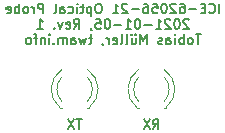
<source format=gbr>
%TF.GenerationSoftware,KiCad,Pcbnew,(6.0.0-0)*%
%TF.CreationDate,2022-01-05T16:19:23+01:00*%
%TF.ProjectId,IEC-62056-21-Optical-Probe,4945432d-3632-4303-9536-2d32312d4f70,1*%
%TF.SameCoordinates,Original*%
%TF.FileFunction,Legend,Bot*%
%TF.FilePolarity,Positive*%
%FSLAX46Y46*%
G04 Gerber Fmt 4.6, Leading zero omitted, Abs format (unit mm)*
G04 Created by KiCad (PCBNEW (6.0.0-0)) date 2022-01-05 16:19:23*
%MOMM*%
%LPD*%
G01*
G04 APERTURE LIST*
%ADD10C,0.152400*%
%ADD11C,0.150000*%
%ADD12C,0.120000*%
G04 APERTURE END LIST*
D10*
X158998857Y-93559087D02*
X158998857Y-92746287D01*
X158147352Y-93481677D02*
X158186057Y-93520382D01*
X158302171Y-93559087D01*
X158379580Y-93559087D01*
X158495695Y-93520382D01*
X158573104Y-93442972D01*
X158611809Y-93365563D01*
X158650514Y-93210744D01*
X158650514Y-93094630D01*
X158611809Y-92939811D01*
X158573104Y-92862401D01*
X158495695Y-92784992D01*
X158379580Y-92746287D01*
X158302171Y-92746287D01*
X158186057Y-92784992D01*
X158147352Y-92823696D01*
X157799009Y-93133334D02*
X157528076Y-93133334D01*
X157411961Y-93559087D02*
X157799009Y-93559087D01*
X157799009Y-92746287D01*
X157411961Y-92746287D01*
X157063619Y-93249449D02*
X156444342Y-93249449D01*
X155708952Y-92746287D02*
X155863771Y-92746287D01*
X155941180Y-92784992D01*
X155979885Y-92823696D01*
X156057295Y-92939811D01*
X156096000Y-93094630D01*
X156096000Y-93404268D01*
X156057295Y-93481677D01*
X156018590Y-93520382D01*
X155941180Y-93559087D01*
X155786361Y-93559087D01*
X155708952Y-93520382D01*
X155670247Y-93481677D01*
X155631542Y-93404268D01*
X155631542Y-93210744D01*
X155670247Y-93133334D01*
X155708952Y-93094630D01*
X155786361Y-93055925D01*
X155941180Y-93055925D01*
X156018590Y-93094630D01*
X156057295Y-93133334D01*
X156096000Y-93210744D01*
X155321904Y-92823696D02*
X155283200Y-92784992D01*
X155205790Y-92746287D01*
X155012266Y-92746287D01*
X154934857Y-92784992D01*
X154896152Y-92823696D01*
X154857447Y-92901106D01*
X154857447Y-92978515D01*
X154896152Y-93094630D01*
X155360609Y-93559087D01*
X154857447Y-93559087D01*
X154354285Y-92746287D02*
X154276876Y-92746287D01*
X154199466Y-92784992D01*
X154160761Y-92823696D01*
X154122057Y-92901106D01*
X154083352Y-93055925D01*
X154083352Y-93249449D01*
X154122057Y-93404268D01*
X154160761Y-93481677D01*
X154199466Y-93520382D01*
X154276876Y-93559087D01*
X154354285Y-93559087D01*
X154431695Y-93520382D01*
X154470400Y-93481677D01*
X154509104Y-93404268D01*
X154547809Y-93249449D01*
X154547809Y-93055925D01*
X154509104Y-92901106D01*
X154470400Y-92823696D01*
X154431695Y-92784992D01*
X154354285Y-92746287D01*
X153347961Y-92746287D02*
X153735009Y-92746287D01*
X153773714Y-93133334D01*
X153735009Y-93094630D01*
X153657600Y-93055925D01*
X153464076Y-93055925D01*
X153386666Y-93094630D01*
X153347961Y-93133334D01*
X153309257Y-93210744D01*
X153309257Y-93404268D01*
X153347961Y-93481677D01*
X153386666Y-93520382D01*
X153464076Y-93559087D01*
X153657600Y-93559087D01*
X153735009Y-93520382D01*
X153773714Y-93481677D01*
X152612571Y-92746287D02*
X152767390Y-92746287D01*
X152844800Y-92784992D01*
X152883504Y-92823696D01*
X152960914Y-92939811D01*
X152999619Y-93094630D01*
X152999619Y-93404268D01*
X152960914Y-93481677D01*
X152922209Y-93520382D01*
X152844800Y-93559087D01*
X152689980Y-93559087D01*
X152612571Y-93520382D01*
X152573866Y-93481677D01*
X152535161Y-93404268D01*
X152535161Y-93210744D01*
X152573866Y-93133334D01*
X152612571Y-93094630D01*
X152689980Y-93055925D01*
X152844800Y-93055925D01*
X152922209Y-93094630D01*
X152960914Y-93133334D01*
X152999619Y-93210744D01*
X152186819Y-93249449D02*
X151567542Y-93249449D01*
X151219200Y-92823696D02*
X151180495Y-92784992D01*
X151103085Y-92746287D01*
X150909561Y-92746287D01*
X150832152Y-92784992D01*
X150793447Y-92823696D01*
X150754742Y-92901106D01*
X150754742Y-92978515D01*
X150793447Y-93094630D01*
X151257904Y-93559087D01*
X150754742Y-93559087D01*
X149980647Y-93559087D02*
X150445104Y-93559087D01*
X150212876Y-93559087D02*
X150212876Y-92746287D01*
X150290285Y-92862401D01*
X150367695Y-92939811D01*
X150445104Y-92978515D01*
X148858209Y-92746287D02*
X148703390Y-92746287D01*
X148625980Y-92784992D01*
X148548571Y-92862401D01*
X148509866Y-93017220D01*
X148509866Y-93288153D01*
X148548571Y-93442972D01*
X148625980Y-93520382D01*
X148703390Y-93559087D01*
X148858209Y-93559087D01*
X148935619Y-93520382D01*
X149013028Y-93442972D01*
X149051733Y-93288153D01*
X149051733Y-93017220D01*
X149013028Y-92862401D01*
X148935619Y-92784992D01*
X148858209Y-92746287D01*
X148161523Y-93017220D02*
X148161523Y-93830020D01*
X148161523Y-93055925D02*
X148084114Y-93017220D01*
X147929295Y-93017220D01*
X147851885Y-93055925D01*
X147813180Y-93094630D01*
X147774476Y-93172039D01*
X147774476Y-93404268D01*
X147813180Y-93481677D01*
X147851885Y-93520382D01*
X147929295Y-93559087D01*
X148084114Y-93559087D01*
X148161523Y-93520382D01*
X147542247Y-93017220D02*
X147232609Y-93017220D01*
X147426133Y-92746287D02*
X147426133Y-93442972D01*
X147387428Y-93520382D01*
X147310019Y-93559087D01*
X147232609Y-93559087D01*
X146961676Y-93559087D02*
X146961676Y-93017220D01*
X146961676Y-92746287D02*
X147000380Y-92784992D01*
X146961676Y-92823696D01*
X146922971Y-92784992D01*
X146961676Y-92746287D01*
X146961676Y-92823696D01*
X146226285Y-93520382D02*
X146303695Y-93559087D01*
X146458514Y-93559087D01*
X146535923Y-93520382D01*
X146574628Y-93481677D01*
X146613333Y-93404268D01*
X146613333Y-93172039D01*
X146574628Y-93094630D01*
X146535923Y-93055925D01*
X146458514Y-93017220D01*
X146303695Y-93017220D01*
X146226285Y-93055925D01*
X145529600Y-93559087D02*
X145529600Y-93133334D01*
X145568304Y-93055925D01*
X145645714Y-93017220D01*
X145800533Y-93017220D01*
X145877942Y-93055925D01*
X145529600Y-93520382D02*
X145607009Y-93559087D01*
X145800533Y-93559087D01*
X145877942Y-93520382D01*
X145916647Y-93442972D01*
X145916647Y-93365563D01*
X145877942Y-93288153D01*
X145800533Y-93249449D01*
X145607009Y-93249449D01*
X145529600Y-93210744D01*
X145026438Y-93559087D02*
X145103847Y-93520382D01*
X145142552Y-93442972D01*
X145142552Y-92746287D01*
X144097523Y-93559087D02*
X144097523Y-92746287D01*
X143787885Y-92746287D01*
X143710476Y-92784992D01*
X143671771Y-92823696D01*
X143633066Y-92901106D01*
X143633066Y-93017220D01*
X143671771Y-93094630D01*
X143710476Y-93133334D01*
X143787885Y-93172039D01*
X144097523Y-93172039D01*
X143284723Y-93559087D02*
X143284723Y-93017220D01*
X143284723Y-93172039D02*
X143246019Y-93094630D01*
X143207314Y-93055925D01*
X143129904Y-93017220D01*
X143052495Y-93017220D01*
X142665447Y-93559087D02*
X142742857Y-93520382D01*
X142781561Y-93481677D01*
X142820266Y-93404268D01*
X142820266Y-93172039D01*
X142781561Y-93094630D01*
X142742857Y-93055925D01*
X142665447Y-93017220D01*
X142549333Y-93017220D01*
X142471923Y-93055925D01*
X142433219Y-93094630D01*
X142394514Y-93172039D01*
X142394514Y-93404268D01*
X142433219Y-93481677D01*
X142471923Y-93520382D01*
X142549333Y-93559087D01*
X142665447Y-93559087D01*
X142046171Y-93559087D02*
X142046171Y-92746287D01*
X142046171Y-93055925D02*
X141968761Y-93017220D01*
X141813942Y-93017220D01*
X141736533Y-93055925D01*
X141697828Y-93094630D01*
X141659123Y-93172039D01*
X141659123Y-93404268D01*
X141697828Y-93481677D01*
X141736533Y-93520382D01*
X141813942Y-93559087D01*
X141968761Y-93559087D01*
X142046171Y-93520382D01*
X141001142Y-93520382D02*
X141078552Y-93559087D01*
X141233371Y-93559087D01*
X141310780Y-93520382D01*
X141349485Y-93442972D01*
X141349485Y-93133334D01*
X141310780Y-93055925D01*
X141233371Y-93017220D01*
X141078552Y-93017220D01*
X141001142Y-93055925D01*
X140962438Y-93133334D01*
X140962438Y-93210744D01*
X141349485Y-93288153D01*
X156405638Y-94132304D02*
X156366933Y-94093600D01*
X156289523Y-94054895D01*
X156096000Y-94054895D01*
X156018590Y-94093600D01*
X155979885Y-94132304D01*
X155941180Y-94209714D01*
X155941180Y-94287123D01*
X155979885Y-94403238D01*
X156444342Y-94867695D01*
X155941180Y-94867695D01*
X155438019Y-94054895D02*
X155360609Y-94054895D01*
X155283200Y-94093600D01*
X155244495Y-94132304D01*
X155205790Y-94209714D01*
X155167085Y-94364533D01*
X155167085Y-94558057D01*
X155205790Y-94712876D01*
X155244495Y-94790285D01*
X155283200Y-94828990D01*
X155360609Y-94867695D01*
X155438019Y-94867695D01*
X155515428Y-94828990D01*
X155554133Y-94790285D01*
X155592838Y-94712876D01*
X155631542Y-94558057D01*
X155631542Y-94364533D01*
X155592838Y-94209714D01*
X155554133Y-94132304D01*
X155515428Y-94093600D01*
X155438019Y-94054895D01*
X154857447Y-94132304D02*
X154818742Y-94093600D01*
X154741333Y-94054895D01*
X154547809Y-94054895D01*
X154470400Y-94093600D01*
X154431695Y-94132304D01*
X154392990Y-94209714D01*
X154392990Y-94287123D01*
X154431695Y-94403238D01*
X154896152Y-94867695D01*
X154392990Y-94867695D01*
X153618895Y-94867695D02*
X154083352Y-94867695D01*
X153851123Y-94867695D02*
X153851123Y-94054895D01*
X153928533Y-94171009D01*
X154005942Y-94248419D01*
X154083352Y-94287123D01*
X153270552Y-94558057D02*
X152651276Y-94558057D01*
X152109409Y-94054895D02*
X152032000Y-94054895D01*
X151954590Y-94093600D01*
X151915885Y-94132304D01*
X151877180Y-94209714D01*
X151838476Y-94364533D01*
X151838476Y-94558057D01*
X151877180Y-94712876D01*
X151915885Y-94790285D01*
X151954590Y-94828990D01*
X152032000Y-94867695D01*
X152109409Y-94867695D01*
X152186819Y-94828990D01*
X152225523Y-94790285D01*
X152264228Y-94712876D01*
X152302933Y-94558057D01*
X152302933Y-94364533D01*
X152264228Y-94209714D01*
X152225523Y-94132304D01*
X152186819Y-94093600D01*
X152109409Y-94054895D01*
X151064380Y-94867695D02*
X151528838Y-94867695D01*
X151296609Y-94867695D02*
X151296609Y-94054895D01*
X151374019Y-94171009D01*
X151451428Y-94248419D01*
X151528838Y-94287123D01*
X150716038Y-94558057D02*
X150096761Y-94558057D01*
X149554895Y-94054895D02*
X149477485Y-94054895D01*
X149400076Y-94093600D01*
X149361371Y-94132304D01*
X149322666Y-94209714D01*
X149283961Y-94364533D01*
X149283961Y-94558057D01*
X149322666Y-94712876D01*
X149361371Y-94790285D01*
X149400076Y-94828990D01*
X149477485Y-94867695D01*
X149554895Y-94867695D01*
X149632304Y-94828990D01*
X149671009Y-94790285D01*
X149709714Y-94712876D01*
X149748419Y-94558057D01*
X149748419Y-94364533D01*
X149709714Y-94209714D01*
X149671009Y-94132304D01*
X149632304Y-94093600D01*
X149554895Y-94054895D01*
X148548571Y-94054895D02*
X148935619Y-94054895D01*
X148974323Y-94441942D01*
X148935619Y-94403238D01*
X148858209Y-94364533D01*
X148664685Y-94364533D01*
X148587276Y-94403238D01*
X148548571Y-94441942D01*
X148509866Y-94519352D01*
X148509866Y-94712876D01*
X148548571Y-94790285D01*
X148587276Y-94828990D01*
X148664685Y-94867695D01*
X148858209Y-94867695D01*
X148935619Y-94828990D01*
X148974323Y-94790285D01*
X148122819Y-94828990D02*
X148122819Y-94867695D01*
X148161523Y-94945104D01*
X148200228Y-94983809D01*
X146690742Y-94867695D02*
X146961676Y-94480647D01*
X147155200Y-94867695D02*
X147155200Y-94054895D01*
X146845561Y-94054895D01*
X146768152Y-94093600D01*
X146729447Y-94132304D01*
X146690742Y-94209714D01*
X146690742Y-94325828D01*
X146729447Y-94403238D01*
X146768152Y-94441942D01*
X146845561Y-94480647D01*
X147155200Y-94480647D01*
X146032761Y-94828990D02*
X146110171Y-94867695D01*
X146264990Y-94867695D01*
X146342400Y-94828990D01*
X146381104Y-94751580D01*
X146381104Y-94441942D01*
X146342400Y-94364533D01*
X146264990Y-94325828D01*
X146110171Y-94325828D01*
X146032761Y-94364533D01*
X145994057Y-94441942D01*
X145994057Y-94519352D01*
X146381104Y-94596761D01*
X145723123Y-94325828D02*
X145529600Y-94867695D01*
X145336076Y-94325828D01*
X145026438Y-94790285D02*
X144987733Y-94828990D01*
X145026438Y-94867695D01*
X145065142Y-94828990D01*
X145026438Y-94790285D01*
X145026438Y-94867695D01*
X143594361Y-94867695D02*
X144058819Y-94867695D01*
X143826590Y-94867695D02*
X143826590Y-94054895D01*
X143904000Y-94171009D01*
X143981409Y-94248419D01*
X144058819Y-94287123D01*
X157450666Y-95363503D02*
X156986209Y-95363503D01*
X157218438Y-96176303D02*
X157218438Y-95363503D01*
X156599161Y-96176303D02*
X156676571Y-96137598D01*
X156715276Y-96098893D01*
X156753980Y-96021484D01*
X156753980Y-95789255D01*
X156715276Y-95711846D01*
X156676571Y-95673141D01*
X156599161Y-95634436D01*
X156483047Y-95634436D01*
X156405638Y-95673141D01*
X156366933Y-95711846D01*
X156328228Y-95789255D01*
X156328228Y-96021484D01*
X156366933Y-96098893D01*
X156405638Y-96137598D01*
X156483047Y-96176303D01*
X156599161Y-96176303D01*
X155979885Y-96176303D02*
X155979885Y-95363503D01*
X155979885Y-95673141D02*
X155902476Y-95634436D01*
X155747657Y-95634436D01*
X155670247Y-95673141D01*
X155631542Y-95711846D01*
X155592838Y-95789255D01*
X155592838Y-96021484D01*
X155631542Y-96098893D01*
X155670247Y-96137598D01*
X155747657Y-96176303D01*
X155902476Y-96176303D01*
X155979885Y-96137598D01*
X155244495Y-96176303D02*
X155244495Y-95634436D01*
X155244495Y-95363503D02*
X155283200Y-95402208D01*
X155244495Y-95440912D01*
X155205790Y-95402208D01*
X155244495Y-95363503D01*
X155244495Y-95440912D01*
X154509104Y-96176303D02*
X154509104Y-95750550D01*
X154547809Y-95673141D01*
X154625219Y-95634436D01*
X154780038Y-95634436D01*
X154857447Y-95673141D01*
X154509104Y-96137598D02*
X154586514Y-96176303D01*
X154780038Y-96176303D01*
X154857447Y-96137598D01*
X154896152Y-96060188D01*
X154896152Y-95982779D01*
X154857447Y-95905369D01*
X154780038Y-95866665D01*
X154586514Y-95866665D01*
X154509104Y-95827960D01*
X154160761Y-96137598D02*
X154083352Y-96176303D01*
X153928533Y-96176303D01*
X153851123Y-96137598D01*
X153812419Y-96060188D01*
X153812419Y-96021484D01*
X153851123Y-95944074D01*
X153928533Y-95905369D01*
X154044647Y-95905369D01*
X154122057Y-95866665D01*
X154160761Y-95789255D01*
X154160761Y-95750550D01*
X154122057Y-95673141D01*
X154044647Y-95634436D01*
X153928533Y-95634436D01*
X153851123Y-95673141D01*
X152844800Y-96176303D02*
X152844800Y-95363503D01*
X152573866Y-95944074D01*
X152302933Y-95363503D01*
X152302933Y-96176303D01*
X151567542Y-95634436D02*
X151567542Y-96176303D01*
X151915885Y-95634436D02*
X151915885Y-96060188D01*
X151877180Y-96137598D01*
X151799771Y-96176303D01*
X151683657Y-96176303D01*
X151606247Y-96137598D01*
X151567542Y-96098893D01*
X151877180Y-95363503D02*
X151838476Y-95402208D01*
X151877180Y-95440912D01*
X151915885Y-95402208D01*
X151877180Y-95363503D01*
X151877180Y-95440912D01*
X151567542Y-95363503D02*
X151528838Y-95402208D01*
X151567542Y-95440912D01*
X151606247Y-95402208D01*
X151567542Y-95363503D01*
X151567542Y-95440912D01*
X151064380Y-96176303D02*
X151141790Y-96137598D01*
X151180495Y-96060188D01*
X151180495Y-95363503D01*
X150638628Y-96176303D02*
X150716038Y-96137598D01*
X150754742Y-96060188D01*
X150754742Y-95363503D01*
X150019352Y-96137598D02*
X150096761Y-96176303D01*
X150251580Y-96176303D01*
X150328990Y-96137598D01*
X150367695Y-96060188D01*
X150367695Y-95750550D01*
X150328990Y-95673141D01*
X150251580Y-95634436D01*
X150096761Y-95634436D01*
X150019352Y-95673141D01*
X149980647Y-95750550D01*
X149980647Y-95827960D01*
X150367695Y-95905369D01*
X149632304Y-96176303D02*
X149632304Y-95634436D01*
X149632304Y-95789255D02*
X149593600Y-95711846D01*
X149554895Y-95673141D01*
X149477485Y-95634436D01*
X149400076Y-95634436D01*
X149090438Y-96137598D02*
X149090438Y-96176303D01*
X149129142Y-96253712D01*
X149167847Y-96292417D01*
X148238933Y-95634436D02*
X147929295Y-95634436D01*
X148122819Y-95363503D02*
X148122819Y-96060188D01*
X148084114Y-96137598D01*
X148006704Y-96176303D01*
X147929295Y-96176303D01*
X147735771Y-95634436D02*
X147580952Y-96176303D01*
X147426133Y-95789255D01*
X147271314Y-96176303D01*
X147116495Y-95634436D01*
X146458514Y-96176303D02*
X146458514Y-95750550D01*
X146497219Y-95673141D01*
X146574628Y-95634436D01*
X146729447Y-95634436D01*
X146806857Y-95673141D01*
X146458514Y-96137598D02*
X146535923Y-96176303D01*
X146729447Y-96176303D01*
X146806857Y-96137598D01*
X146845561Y-96060188D01*
X146845561Y-95982779D01*
X146806857Y-95905369D01*
X146729447Y-95866665D01*
X146535923Y-95866665D01*
X146458514Y-95827960D01*
X146071466Y-96176303D02*
X146071466Y-95634436D01*
X146071466Y-95711846D02*
X146032761Y-95673141D01*
X145955352Y-95634436D01*
X145839238Y-95634436D01*
X145761828Y-95673141D01*
X145723123Y-95750550D01*
X145723123Y-96176303D01*
X145723123Y-95750550D02*
X145684419Y-95673141D01*
X145607009Y-95634436D01*
X145490895Y-95634436D01*
X145413485Y-95673141D01*
X145374780Y-95750550D01*
X145374780Y-96176303D01*
X144987733Y-96098893D02*
X144949028Y-96137598D01*
X144987733Y-96176303D01*
X145026438Y-96137598D01*
X144987733Y-96098893D01*
X144987733Y-96176303D01*
X144600685Y-96176303D02*
X144600685Y-95634436D01*
X144600685Y-95363503D02*
X144639390Y-95402208D01*
X144600685Y-95440912D01*
X144561980Y-95402208D01*
X144600685Y-95363503D01*
X144600685Y-95440912D01*
X144213638Y-95634436D02*
X144213638Y-96176303D01*
X144213638Y-95711846D02*
X144174933Y-95673141D01*
X144097523Y-95634436D01*
X143981409Y-95634436D01*
X143904000Y-95673141D01*
X143865295Y-95750550D01*
X143865295Y-96176303D01*
X143594361Y-95634436D02*
X143284723Y-95634436D01*
X143478247Y-96176303D02*
X143478247Y-95479617D01*
X143439542Y-95402208D01*
X143362133Y-95363503D01*
X143284723Y-95363503D01*
X142897676Y-96176303D02*
X142975085Y-96137598D01*
X143013790Y-96098893D01*
X143052495Y-96021484D01*
X143052495Y-95789255D01*
X143013790Y-95711846D01*
X142975085Y-95673141D01*
X142897676Y-95634436D01*
X142781561Y-95634436D01*
X142704152Y-95673141D01*
X142665447Y-95711846D01*
X142626742Y-95789255D01*
X142626742Y-96021484D01*
X142665447Y-96098893D01*
X142704152Y-96137598D01*
X142781561Y-96176303D01*
X142897676Y-96176303D01*
D11*
X153383333Y-103361904D02*
X153650000Y-102980952D01*
X153840476Y-103361904D02*
X153840476Y-102561904D01*
X153535714Y-102561904D01*
X153459523Y-102600000D01*
X153421428Y-102638095D01*
X153383333Y-102714285D01*
X153383333Y-102828571D01*
X153421428Y-102904761D01*
X153459523Y-102942857D01*
X153535714Y-102980952D01*
X153840476Y-102980952D01*
X153116666Y-102561904D02*
X152583333Y-103361904D01*
X152583333Y-102561904D02*
X153116666Y-103361904D01*
X147359523Y-102561904D02*
X146902380Y-102561904D01*
X147130952Y-103361904D02*
X147130952Y-102561904D01*
X146711904Y-102561904D02*
X146178571Y-103361904D01*
X146178571Y-102561904D02*
X146711904Y-103361904D01*
D12*
%TO.C,Q3*%
X152170000Y-101560000D02*
X152014000Y-101560000D01*
X154486000Y-101560000D02*
X154330000Y-101560000D01*
X152171392Y-98327665D02*
G75*
G03*
X152014484Y-101560000I1078609J-1672335D01*
G01*
X152170163Y-98958870D02*
G75*
G03*
X152170000Y-101040961I1079837J-1041130D01*
G01*
X154485516Y-101560000D02*
G75*
G03*
X154328608Y-98327665I-1235517J1560000D01*
G01*
X154330000Y-101040961D02*
G75*
G03*
X154329837Y-98958870I-1080000J1040961D01*
G01*
%TO.C,D5*%
X145670000Y-101560000D02*
X145514000Y-101560000D01*
X147986000Y-101560000D02*
X147830000Y-101560000D01*
X145671392Y-98327665D02*
G75*
G03*
X145514484Y-101560000I1078609J-1672335D01*
G01*
X145670163Y-98958870D02*
G75*
G03*
X145670000Y-101040961I1079837J-1041130D01*
G01*
X147985516Y-101560000D02*
G75*
G03*
X147828608Y-98327665I-1235517J1560000D01*
G01*
X147830000Y-101040961D02*
G75*
G03*
X147829837Y-98958870I-1080000J1040961D01*
G01*
%TD*%
M02*

</source>
